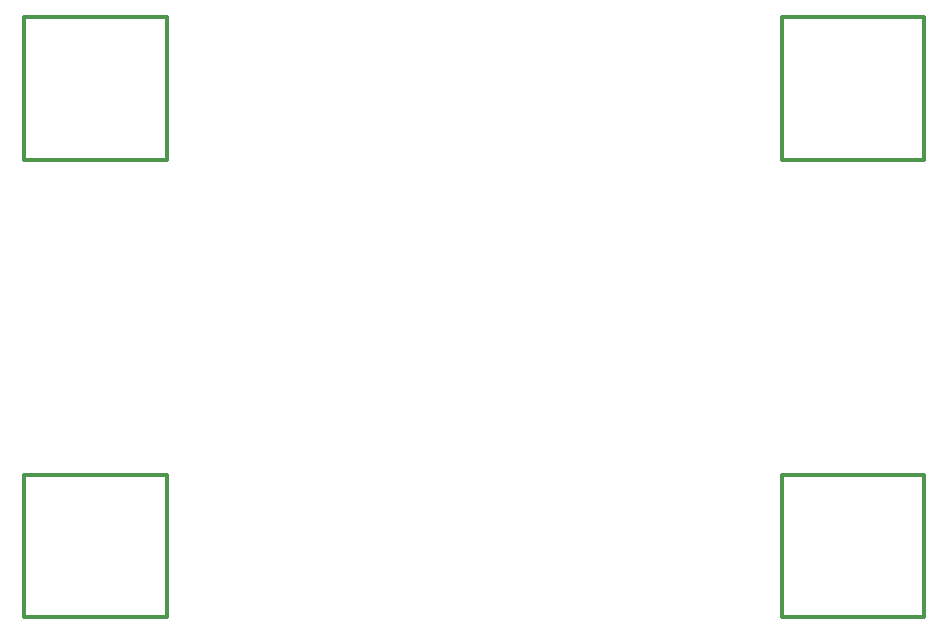
<source format=gbr>
%TF.GenerationSoftware,KiCad,Pcbnew,(5.1.9)-1*%
%TF.CreationDate,2021-02-16T23:53:01+08:00*%
%TF.ProjectId,ChipInspector24,43686970-496e-4737-9065-63746f723234,rev?*%
%TF.SameCoordinates,Original*%
%TF.FileFunction,Legend,Bot*%
%TF.FilePolarity,Positive*%
%FSLAX46Y46*%
G04 Gerber Fmt 4.6, Leading zero omitted, Abs format (unit mm)*
G04 Created by KiCad (PCBNEW (5.1.9)-1) date 2021-02-16 23:53:01*
%MOMM*%
%LPD*%
G01*
G04 APERTURE LIST*
%ADD10C,0.300000*%
G04 APERTURE END LIST*
D10*
X107950000Y-113665000D02*
X120015000Y-113665000D01*
X107950000Y-86995000D02*
X120015000Y-86995000D01*
X107950000Y-125730000D02*
X107950000Y-113665000D01*
X172085000Y-113665000D02*
X184150000Y-113665000D01*
X184150000Y-86995000D02*
X172085000Y-86995000D01*
X107950000Y-86995000D02*
X107950000Y-74930000D01*
X120015000Y-113665000D02*
X120015000Y-125730000D01*
X107950000Y-74930000D02*
X120015000Y-74930000D01*
X120015000Y-125730000D02*
X107950000Y-125730000D01*
X120015000Y-74930000D02*
X120015000Y-86995000D01*
X184150000Y-125730000D02*
X172085000Y-125730000D01*
X172085000Y-125730000D02*
X172085000Y-113665000D01*
X172085000Y-113665000D02*
X184150000Y-113665000D01*
X184150000Y-113665000D02*
X184150000Y-125730000D01*
X172085000Y-86995000D02*
X172085000Y-74930000D01*
X184150000Y-86995000D02*
X172085000Y-86995000D01*
X184150000Y-74930000D02*
X184150000Y-86995000D01*
X172085000Y-74930000D02*
X184150000Y-74930000D01*
M02*

</source>
